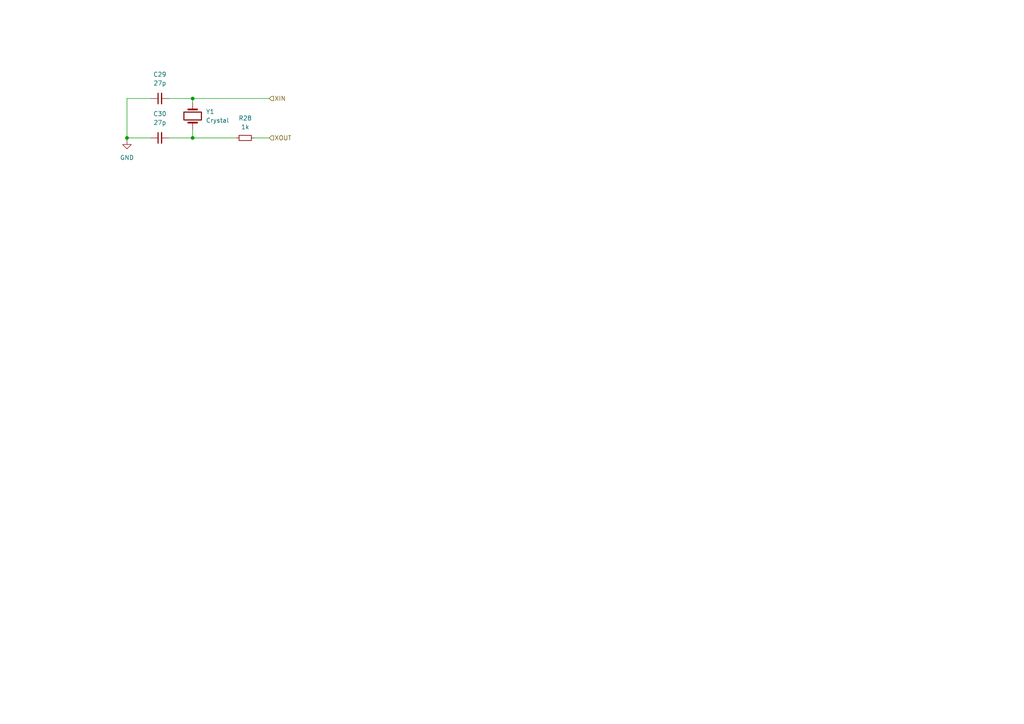
<source format=kicad_sch>
(kicad_sch (version 20211123) (generator eeschema)

  (uuid b1eb70d6-333a-42a8-94ff-b1ab2889ac9e)

  (paper "A4")

  (lib_symbols
    (symbol "Device:C_Small" (pin_numbers hide) (pin_names (offset 0.254) hide) (in_bom yes) (on_board yes)
      (property "Reference" "C" (id 0) (at 0.254 1.778 0)
        (effects (font (size 1.27 1.27)) (justify left))
      )
      (property "Value" "C_Small" (id 1) (at 0.254 -2.032 0)
        (effects (font (size 1.27 1.27)) (justify left))
      )
      (property "Footprint" "" (id 2) (at 0 0 0)
        (effects (font (size 1.27 1.27)) hide)
      )
      (property "Datasheet" "~" (id 3) (at 0 0 0)
        (effects (font (size 1.27 1.27)) hide)
      )
      (property "ki_keywords" "capacitor cap" (id 4) (at 0 0 0)
        (effects (font (size 1.27 1.27)) hide)
      )
      (property "ki_description" "Unpolarized capacitor, small symbol" (id 5) (at 0 0 0)
        (effects (font (size 1.27 1.27)) hide)
      )
      (property "ki_fp_filters" "C_*" (id 6) (at 0 0 0)
        (effects (font (size 1.27 1.27)) hide)
      )
      (symbol "C_Small_0_1"
        (polyline
          (pts
            (xy -1.524 -0.508)
            (xy 1.524 -0.508)
          )
          (stroke (width 0.3302) (type default) (color 0 0 0 0))
          (fill (type none))
        )
        (polyline
          (pts
            (xy -1.524 0.508)
            (xy 1.524 0.508)
          )
          (stroke (width 0.3048) (type default) (color 0 0 0 0))
          (fill (type none))
        )
      )
      (symbol "C_Small_1_1"
        (pin passive line (at 0 2.54 270) (length 2.032)
          (name "~" (effects (font (size 1.27 1.27))))
          (number "1" (effects (font (size 1.27 1.27))))
        )
        (pin passive line (at 0 -2.54 90) (length 2.032)
          (name "~" (effects (font (size 1.27 1.27))))
          (number "2" (effects (font (size 1.27 1.27))))
        )
      )
    )
    (symbol "Device:Crystal" (pin_numbers hide) (pin_names (offset 1.016) hide) (in_bom yes) (on_board yes)
      (property "Reference" "Y" (id 0) (at 0 3.81 0)
        (effects (font (size 1.27 1.27)))
      )
      (property "Value" "Crystal" (id 1) (at 0 -3.81 0)
        (effects (font (size 1.27 1.27)))
      )
      (property "Footprint" "" (id 2) (at 0 0 0)
        (effects (font (size 1.27 1.27)) hide)
      )
      (property "Datasheet" "~" (id 3) (at 0 0 0)
        (effects (font (size 1.27 1.27)) hide)
      )
      (property "ki_keywords" "quartz ceramic resonator oscillator" (id 4) (at 0 0 0)
        (effects (font (size 1.27 1.27)) hide)
      )
      (property "ki_description" "Two pin crystal" (id 5) (at 0 0 0)
        (effects (font (size 1.27 1.27)) hide)
      )
      (property "ki_fp_filters" "Crystal*" (id 6) (at 0 0 0)
        (effects (font (size 1.27 1.27)) hide)
      )
      (symbol "Crystal_0_1"
        (rectangle (start -1.143 2.54) (end 1.143 -2.54)
          (stroke (width 0.3048) (type default) (color 0 0 0 0))
          (fill (type none))
        )
        (polyline
          (pts
            (xy -2.54 0)
            (xy -1.905 0)
          )
          (stroke (width 0) (type default) (color 0 0 0 0))
          (fill (type none))
        )
        (polyline
          (pts
            (xy -1.905 -1.27)
            (xy -1.905 1.27)
          )
          (stroke (width 0.508) (type default) (color 0 0 0 0))
          (fill (type none))
        )
        (polyline
          (pts
            (xy 1.905 -1.27)
            (xy 1.905 1.27)
          )
          (stroke (width 0.508) (type default) (color 0 0 0 0))
          (fill (type none))
        )
        (polyline
          (pts
            (xy 2.54 0)
            (xy 1.905 0)
          )
          (stroke (width 0) (type default) (color 0 0 0 0))
          (fill (type none))
        )
      )
      (symbol "Crystal_1_1"
        (pin passive line (at -3.81 0 0) (length 1.27)
          (name "1" (effects (font (size 1.27 1.27))))
          (number "1" (effects (font (size 1.27 1.27))))
        )
        (pin passive line (at 3.81 0 180) (length 1.27)
          (name "2" (effects (font (size 1.27 1.27))))
          (number "2" (effects (font (size 1.27 1.27))))
        )
      )
    )
    (symbol "Device:R_Small" (pin_numbers hide) (pin_names (offset 0.254) hide) (in_bom yes) (on_board yes)
      (property "Reference" "R" (id 0) (at 0.762 0.508 0)
        (effects (font (size 1.27 1.27)) (justify left))
      )
      (property "Value" "R_Small" (id 1) (at 0.762 -1.016 0)
        (effects (font (size 1.27 1.27)) (justify left))
      )
      (property "Footprint" "" (id 2) (at 0 0 0)
        (effects (font (size 1.27 1.27)) hide)
      )
      (property "Datasheet" "~" (id 3) (at 0 0 0)
        (effects (font (size 1.27 1.27)) hide)
      )
      (property "ki_keywords" "R resistor" (id 4) (at 0 0 0)
        (effects (font (size 1.27 1.27)) hide)
      )
      (property "ki_description" "Resistor, small symbol" (id 5) (at 0 0 0)
        (effects (font (size 1.27 1.27)) hide)
      )
      (property "ki_fp_filters" "R_*" (id 6) (at 0 0 0)
        (effects (font (size 1.27 1.27)) hide)
      )
      (symbol "R_Small_0_1"
        (rectangle (start -0.762 1.778) (end 0.762 -1.778)
          (stroke (width 0.2032) (type default) (color 0 0 0 0))
          (fill (type none))
        )
      )
      (symbol "R_Small_1_1"
        (pin passive line (at 0 2.54 270) (length 0.762)
          (name "~" (effects (font (size 1.27 1.27))))
          (number "1" (effects (font (size 1.27 1.27))))
        )
        (pin passive line (at 0 -2.54 90) (length 0.762)
          (name "~" (effects (font (size 1.27 1.27))))
          (number "2" (effects (font (size 1.27 1.27))))
        )
      )
    )
    (symbol "power:GND" (power) (pin_names (offset 0)) (in_bom yes) (on_board yes)
      (property "Reference" "#PWR" (id 0) (at 0 -6.35 0)
        (effects (font (size 1.27 1.27)) hide)
      )
      (property "Value" "GND" (id 1) (at 0 -3.81 0)
        (effects (font (size 1.27 1.27)))
      )
      (property "Footprint" "" (id 2) (at 0 0 0)
        (effects (font (size 1.27 1.27)) hide)
      )
      (property "Datasheet" "" (id 3) (at 0 0 0)
        (effects (font (size 1.27 1.27)) hide)
      )
      (property "ki_keywords" "power-flag" (id 4) (at 0 0 0)
        (effects (font (size 1.27 1.27)) hide)
      )
      (property "ki_description" "Power symbol creates a global label with name \"GND\" , ground" (id 5) (at 0 0 0)
        (effects (font (size 1.27 1.27)) hide)
      )
      (symbol "GND_0_1"
        (polyline
          (pts
            (xy 0 0)
            (xy 0 -1.27)
            (xy 1.27 -1.27)
            (xy 0 -2.54)
            (xy -1.27 -1.27)
            (xy 0 -1.27)
          )
          (stroke (width 0) (type default) (color 0 0 0 0))
          (fill (type none))
        )
      )
      (symbol "GND_1_1"
        (pin power_in line (at 0 0 270) (length 0) hide
          (name "GND" (effects (font (size 1.27 1.27))))
          (number "1" (effects (font (size 1.27 1.27))))
        )
      )
    )
  )

  (junction (at 55.88 40.005) (diameter 0) (color 0 0 0 0)
    (uuid 5b006197-b7a6-4dbd-9fd3-bce9aaab5bb0)
  )
  (junction (at 36.83 40.005) (diameter 0) (color 0 0 0 0)
    (uuid 860b7053-d6b5-4dfa-a2c9-112431851dac)
  )
  (junction (at 55.88 28.575) (diameter 0) (color 0 0 0 0)
    (uuid cc33b0ec-df50-479f-8ddd-dee4e8d43f99)
  )

  (wire (pts (xy 36.83 28.575) (xy 36.83 40.005))
    (stroke (width 0) (type default) (color 0 0 0 0))
    (uuid 102408da-ea5e-469e-b166-75617e4489e4)
  )
  (wire (pts (xy 55.88 37.465) (xy 55.88 40.005))
    (stroke (width 0) (type default) (color 0 0 0 0))
    (uuid 2e6b856b-4249-40de-b969-6e523ac9dd76)
  )
  (wire (pts (xy 36.83 40.64) (xy 36.83 40.005))
    (stroke (width 0) (type default) (color 0 0 0 0))
    (uuid 3c44d2bc-be71-46ec-81a2-2a4f9125d1ed)
  )
  (wire (pts (xy 48.895 28.575) (xy 55.88 28.575))
    (stroke (width 0) (type default) (color 0 0 0 0))
    (uuid 7dedb565-e8b7-4f58-8c09-6031d17ded59)
  )
  (wire (pts (xy 55.88 28.575) (xy 78.105 28.575))
    (stroke (width 0) (type default) (color 0 0 0 0))
    (uuid 9602020d-bf92-4081-aad6-f3aebc5c21be)
  )
  (wire (pts (xy 55.88 40.005) (xy 68.58 40.005))
    (stroke (width 0) (type default) (color 0 0 0 0))
    (uuid c87eb88a-6826-4457-8aed-66f99c9442f2)
  )
  (wire (pts (xy 43.815 28.575) (xy 36.83 28.575))
    (stroke (width 0) (type default) (color 0 0 0 0))
    (uuid da72faad-4f56-4654-b401-2444e5fbc9ae)
  )
  (wire (pts (xy 36.83 40.005) (xy 43.815 40.005))
    (stroke (width 0) (type default) (color 0 0 0 0))
    (uuid dbc62e6d-47c4-4031-a727-72d19d5b3483)
  )
  (wire (pts (xy 73.66 40.005) (xy 78.105 40.005))
    (stroke (width 0) (type default) (color 0 0 0 0))
    (uuid f0e9e3a3-9704-40b6-b0bf-023fb7ede36a)
  )
  (wire (pts (xy 55.88 28.575) (xy 55.88 29.845))
    (stroke (width 0) (type default) (color 0 0 0 0))
    (uuid f1f85842-574b-4f4d-ba0f-e6178c9ae6d6)
  )
  (wire (pts (xy 55.88 40.005) (xy 48.895 40.005))
    (stroke (width 0) (type default) (color 0 0 0 0))
    (uuid f208f305-a1b2-49e0-baa1-9be600b7b458)
  )

  (hierarchical_label "XIN" (shape input) (at 78.105 28.575 0)
    (effects (font (size 1.27 1.27)) (justify left))
    (uuid 3141e162-0787-4cf6-8f49-735990ff9184)
  )
  (hierarchical_label "XOUT" (shape input) (at 78.105 40.005 0)
    (effects (font (size 1.27 1.27)) (justify left))
    (uuid ef89690d-d825-4f39-a712-a53e67790d12)
  )

  (symbol (lib_id "Device:C_Small") (at 46.355 40.005 90) (unit 1)
    (in_bom yes) (on_board yes) (fields_autoplaced)
    (uuid 05307c5d-d736-4239-b949-0c562a088a33)
    (property "Reference" "C30" (id 0) (at 46.3613 33.02 90))
    (property "Value" "27p" (id 1) (at 46.3613 35.56 90))
    (property "Footprint" "Capacitor_SMD:C_0603_1608Metric_Pad1.08x0.95mm_HandSolder" (id 2) (at 46.355 40.005 0)
      (effects (font (size 1.27 1.27)) hide)
    )
    (property "Datasheet" "~" (id 3) (at 46.355 40.005 0)
      (effects (font (size 1.27 1.27)) hide)
    )
    (pin "1" (uuid c205d916-0ae7-4e51-88be-6de63580dbaa))
    (pin "2" (uuid 32d8b235-fe22-4028-a667-2d647dacd1b4))
  )

  (symbol (lib_id "Device:R_Small") (at 71.12 40.005 90) (unit 1)
    (in_bom yes) (on_board yes) (fields_autoplaced)
    (uuid 4f663ef4-778d-4665-b66b-b8c192cd1ae3)
    (property "Reference" "R28" (id 0) (at 71.12 34.29 90))
    (property "Value" "1k" (id 1) (at 71.12 36.83 90))
    (property "Footprint" "Resistor_SMD:R_0603_1608Metric_Pad0.98x0.95mm_HandSolder" (id 2) (at 71.12 40.005 0)
      (effects (font (size 1.27 1.27)) hide)
    )
    (property "Datasheet" "~" (id 3) (at 71.12 40.005 0)
      (effects (font (size 1.27 1.27)) hide)
    )
    (pin "1" (uuid de943c46-0e38-4f1d-8338-a19f14ef861d))
    (pin "2" (uuid 8356bc5b-98e5-41ad-828d-5f063a6b0c68))
  )

  (symbol (lib_id "power:GND") (at 36.83 40.64 0) (unit 1)
    (in_bom yes) (on_board yes) (fields_autoplaced)
    (uuid 6b4a20af-4f5a-4659-8a99-5ae328e9851d)
    (property "Reference" "#PWR0126" (id 0) (at 36.83 46.99 0)
      (effects (font (size 1.27 1.27)) hide)
    )
    (property "Value" "GND" (id 1) (at 36.83 45.72 0))
    (property "Footprint" "" (id 2) (at 36.83 40.64 0)
      (effects (font (size 1.27 1.27)) hide)
    )
    (property "Datasheet" "" (id 3) (at 36.83 40.64 0)
      (effects (font (size 1.27 1.27)) hide)
    )
    (pin "1" (uuid b391e2ef-3103-471e-bc3b-91ac3edd0367))
  )

  (symbol (lib_id "Device:C_Small") (at 46.355 28.575 90) (unit 1)
    (in_bom yes) (on_board yes) (fields_autoplaced)
    (uuid 9ff96e3c-2124-4364-b793-88d7b7d8233b)
    (property "Reference" "C29" (id 0) (at 46.3613 21.59 90))
    (property "Value" "27p" (id 1) (at 46.3613 24.13 90))
    (property "Footprint" "Capacitor_SMD:C_0603_1608Metric_Pad1.08x0.95mm_HandSolder" (id 2) (at 46.355 28.575 0)
      (effects (font (size 1.27 1.27)) hide)
    )
    (property "Datasheet" "~" (id 3) (at 46.355 28.575 0)
      (effects (font (size 1.27 1.27)) hide)
    )
    (pin "1" (uuid 1ea366d7-b91a-47d9-b0ed-b4914a37d91a))
    (pin "2" (uuid e707afe2-48ec-433b-8903-2ef735c59314))
  )

  (symbol (lib_id "Device:Crystal") (at 55.88 33.655 270) (unit 1)
    (in_bom yes) (on_board yes) (fields_autoplaced)
    (uuid e58f62b8-25ce-4771-9cea-a6e563c9c1da)
    (property "Reference" "Y1" (id 0) (at 59.69 32.3849 90)
      (effects (font (size 1.27 1.27)) (justify left))
    )
    (property "Value" "Crystal" (id 1) (at 59.69 34.9249 90)
      (effects (font (size 1.27 1.27)) (justify left))
    )
    (property "Footprint" "Crystal:Crystal_SMD_0603-2Pin_6.0x3.5mm" (id 2) (at 55.88 33.655 0)
      (effects (font (size 1.27 1.27)) hide)
    )
    (property "Datasheet" "~" (id 3) (at 55.88 33.655 0)
      (effects (font (size 1.27 1.27)) hide)
    )
    (pin "1" (uuid 333cf3b1-403d-43a2-8d68-0fb7c2a99daf))
    (pin "2" (uuid 2e8e0f0c-ba38-4a3c-b824-c713ae85bc84))
  )
)

</source>
